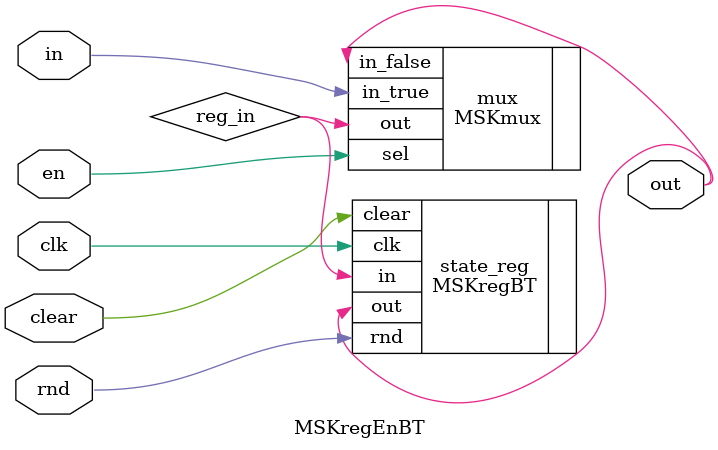
<source format=v>
`timescale 1ns/1ps
module MSKregEnBT #(parameter d=1, parameter count=1) (clk, en, in, rnd, clear, out);

input clk;
input en;
input  [count*d-1:0] in;
output [count*d-1:0] out;

// BT
input  [count-1:0] rnd;
input  clear;

wire [count*d-1:0] reg_in;

MSKmux #(.d(d), .count(count)) mux (.sel(en), .in_true(in), .in_false(out), .out(reg_in));
MSKregBT #(.d(d), .count(count)) state_reg (.clk(clk), .in(reg_in), .rnd(rnd), .clear(clear), .out(out));

endmodule

</source>
